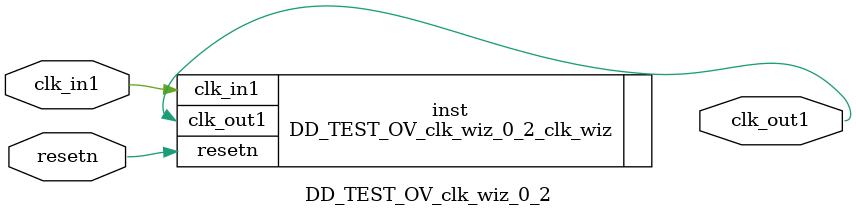
<source format=v>


`timescale 1ps/1ps

(* CORE_GENERATION_INFO = "DD_TEST_OV_clk_wiz_0_2,clk_wiz_v6_0_3_0_0,{component_name=DD_TEST_OV_clk_wiz_0_2,use_phase_alignment=true,use_min_o_jitter=true,use_max_i_jitter=false,use_dyn_phase_shift=false,use_inclk_switchover=false,use_dyn_reconfig=false,enable_axi=0,feedback_source=FDBK_AUTO,PRIMITIVE=MMCM,num_out_clk=1,clkin1_period=10.000,clkin2_period=10.000,use_power_down=false,use_reset=true,use_locked=false,use_inclk_stopped=false,feedback_type=SINGLE,CLOCK_MGR_TYPE=NA,manual_override=false}" *)

module DD_TEST_OV_clk_wiz_0_2 
 (
  // Clock out ports
  output        clk_out1,
  // Status and control signals
  input         resetn,
 // Clock in ports
  input         clk_in1
 );

  DD_TEST_OV_clk_wiz_0_2_clk_wiz inst
  (
  // Clock out ports  
  .clk_out1(clk_out1),
  // Status and control signals               
  .resetn(resetn), 
 // Clock in ports
  .clk_in1(clk_in1)
  );

endmodule

</source>
